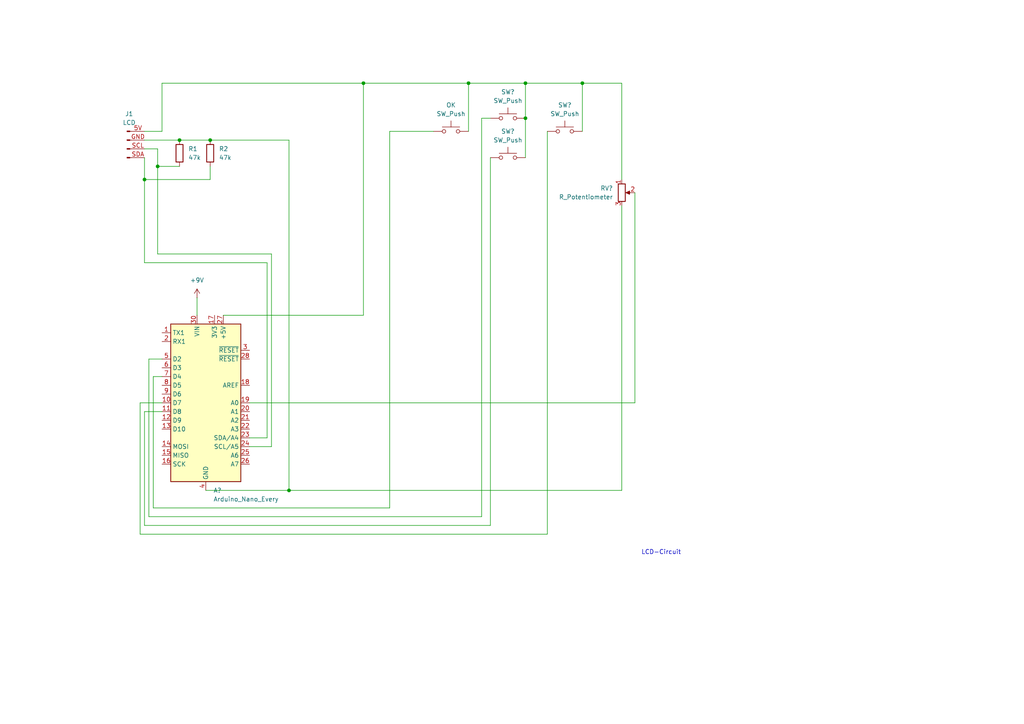
<source format=kicad_sch>
(kicad_sch (version 20231120) (generator "eeschema") (generator_version "8.0")
  (paper "A4")
  (lib_symbols
    (symbol "Connector:Conn_01x04_Pin" (pin_names (offset 1.016) hide)
      (property "Reference" "J1" (at 0.635 7.62 0))
      (property "Value" "LCD" (at 0.635 5.08 0))
      (symbol "Conn_01x04_Pin_1_1"
        (polyline (pts (xy 1.27 -5.08) (xy 0.8636 -5.08)) (stroke (width 0.1524)))
        (polyline (pts (xy 1.27 -2.54) (xy 0.8636 -2.54)) (stroke (width 0.1524)))
        (polyline (pts (xy 1.27 0) (xy 0.8636 0)) (stroke (width 0.1524)))
        (polyline (pts (xy 1.27 2.54) (xy 0.8636 2.54)) (stroke (width 0.1524)))
        (rectangle (start 0.8636 -4.953) (end 0 -5.207) (stroke (width 0.1524)) (fill (type outline)))
        (rectangle (start 0.8636 -2.413) (end 0 -2.667) (stroke (width 0.1524)) (fill (type outline)))
        (rectangle (start 0.8636 0.127) (end 0 -0.127) (stroke (width 0.1524)) (fill (type outline)))
        (rectangle (start 0.8636 2.667) (end 0 2.413) (stroke (width 0.1524)) (fill (type outline)))
        (pin passive line (at 5.08 2.54 180) (length 3.81) (name "Pin_1") (number "5V"))
        (pin passive line (at 5.08 0 180) (length 3.81) (name "Pin_2") (number "GND"))
        (pin passive line (at 5.08 -2.54 180) (length 3.81) (name "Pin_3") (number "SCL"))
        (pin passive line (at 5.08 -5.08 180) (length 3.81) (name "Pin_4") (number "SDA"))
      )
    )
    (symbol "Device:R" (pin_numbers hide) (pin_names (offset 0))
      (property "Reference" "R" (at 2.032 0 90))
      (property "Value" "R" (at 0 0 90))
      (symbol "R_0_1"
        (rectangle (start -1.016 -2.54) (end 1.016 2.54) (stroke (width 0.254)))
      )
      (symbol "R_1_1"
        (pin passive line (at 0 3.81 270) (length 1.27) (name "~") (number "1"))
        (pin passive line (at 0 -3.81 90) (length 1.27) (name "~") (number "2"))
      )
    )
    (symbol "Device:R_Potentiometer" (pin_names (offset 1.016) hide)
      (property "Reference" "RV" (at -4.445 0 90))
      (property "Value" "R_Potentiometer" (at -2.54 0 90))
      (symbol "R_Potentiometer_0_1"
        (polyline (pts (xy 2.54 0) (xy 1.524 0)))
        (polyline (pts (xy 1.143 0) (xy 2.286 0.508) (xy 2.286 -0.508) (xy 1.143 0)) (fill (type outline)))
        (rectangle (start 1.016 2.54) (end -1.016 -2.54) (stroke (width 0.254)))
      )
      (symbol "R_Potentiometer_1_1"
        (pin passive line (at 0 3.81 270) (length 1.27) (name "1") (number "1"))
        (pin passive line (at 3.81 0 180) (length 1.27) (name "2") (number "2"))
        (pin passive line (at 0 -3.81 90) (length 1.27) (name "3") (number "3"))
      )
    )
    (symbol "MCU_Module:Arduino_Nano_Every"
      (property "Reference" "A" (at -10.16 23.495 0))
      (property "Value" "Arduino_Nano_Every" (at 5.08 -24.13 0))
      (symbol "Arduino_Nano_Every_0_1"
        (rectangle (start -10.16 22.86) (end 10.16 -22.86) (stroke (width 0.254)) (fill (type background)))
      )
      (symbol "Arduino_Nano_Every_1_1"
        (pin bidirectional line (at -12.7 20.32 0) (length 2.54) (name "TX1") (number "1"))
        (pin bidirectional line (at -12.7 0 0) (length 2.54) (name "D7") (number "10"))
        (pin bidirectional line (at -12.7 -2.54 0) (length 2.54) (name "D8") (number "11"))
        (pin bidirectional line (at -12.7 -5.08 0) (length 2.54) (name "D9") (number "12"))
        (pin bidirectional line (at -12.7 -7.62 0) (length 2.54) (name "D10") (number "13"))
        (pin bidirectional line (at -12.7 -12.7 0) (length 2.54) (name "MOSI") (number "14"))
        (pin bidirectional line (at -12.7 -15.24 0) (length 2.54) (name "MISO") (number "15"))
        (pin bidirectional line (at -12.7 -17.78 0) (length 2.54) (name "SCK") (number "16"))
        (pin power_out line (at 2.54 25.4 270) (length 2.54) (name "3V3") (number "17"))
        (pin input line (at 12.7 5.08 180) (length 2.54) (name "AREF") (number "18"))
        (pin bidirectional line (at 12.7 0 180) (length 2.54) (name "A0") (number "19"))
        (pin bidirectional line (at -12.7 17.78 0) (length 2.54) (name "RX1") (number "2"))
        (pin bidirectional line (at 12.7 -2.54 180) (length 2.54) (name "A1") (number "20"))
        (pin bidirectional line (at 12.7 -5.08 180) (length 2.54) (name "A2") (number "21"))
        (pin bidirectional line (at 12.7 -7.62 180) (length 2.54) (name "A3") (number "22"))
        (pin bidirectional line (at 12.7 -10.16 180) (length 2.54) (name "SDA/A4") (number "23"))
        (pin bidirectional line (at 12.7 -12.7 180) (length 2.54) (name "SCL/A5") (number "24"))
        (pin bidirectional line (at 12.7 -15.24 180) (length 2.54) (name "A6") (number "25"))
        (pin bidirectional line (at 12.7 -17.78 180) (length 2.54) (name "A7") (number "26"))
        (pin power_out line (at 5.08 25.4 270) (length 2.54) (name "+5V") (number "27"))
        (pin input line (at 12.7 12.7 180) (length 2.54) (name "~{RESET}") (number "28"))
        (pin passive line (at 0 -25.4 90) (length 2.54) hide (name "GND") (number "29"))
        (pin input line (at 12.7 15.24 180) (length 2.54) (name "~{RESET}") (number "3"))
        (pin power_in line (at -2.54 25.4 270) (length 2.54) (name "VIN") (number "30"))
        (pin power_in line (at 0 -25.4 90) (length 2.54) (name "GND") (number "4"))
        (pin bidirectional line (at -12.7 12.7 0) (length 2.54) (name "D2") (number "5"))
        (pin bidirectional line (at -12.7 10.16 0) (length 2.54) (name "D3") (number "6"))
        (pin bidirectional line (at -12.7 7.62 0) (length 2.54) (name "D4") (number "7"))
        (pin bidirectional line (at -12.7 5.08 0) (length 2.54) (name "D5") (number "8"))
        (pin bidirectional line (at -12.7 2.54 0) (length 2.54) (name "D6") (number "9"))
      )
    )
    (symbol "SW_Push_1" (pin_numbers hide) (pin_names (offset 1.016) hide)
      (property "Reference" "OK" (at 0 7.62 0))
      (property "Value" "SW_Push" (at 0 5.08 0))
      (symbol "SW_Push_1_0_1"
        (circle (center -2.032 0) (radius 0.508))
        (polyline (pts (xy 0 1.27) (xy 0 3.048)))
        (polyline (pts (xy 2.54 1.27) (xy -2.54 1.27)))
        (circle (center 2.032 0) (radius 0.508))
        (pin passive line (at -5.08 0 0) (length 2.54) (name "1") (number "1"))
        (pin passive line (at 5.08 0 180) (length 2.54) (name "2") (number "2"))
      )
    )
    (symbol "SW_Push_2" (pin_numbers hide) (pin_names (offset 1.016) hide)
      (property "Reference" "SW?" (at 0 7.62 0))
      (property "Value" "SW_Push" (at 0 5.08 0))
      (symbol "SW_Push_2_0_1"
        (circle (center -2.032 0) (radius 0.508))
        (polyline (pts (xy 0 1.27) (xy 0 3.048)))
        (polyline (pts (xy 2.54 1.27) (xy -2.54 1.27)))
        (circle (center 2.032 0) (radius 0.508))
        (pin passive line (at -5.08 0 0) (length 2.54) (name "1") (number "1"))
        (pin passive line (at 5.08 0 180) (length 2.54) (name "2") (number "2"))
      )
    )
    (symbol "Switch:SW_Push" (pin_numbers hide) (pin_names (offset 1.016) hide)
      (property "Reference" "SW" (at 1.27 2.54 0))
      (property "Value" "SW_Push" (at 0 -1.524 0))
      (symbol "SW_Push_0_1"
        (circle (center -2.032 0) (radius 0.508))
        (polyline (pts (xy 0 1.27) (xy 0 3.048)))
        (polyline (pts (xy 2.54 1.27) (xy -2.54 1.27)))
        (circle (center 2.032 0) (radius 0.508))
        (pin passive line (at -5.08 0 0) (length 2.54) (name "1") (number "1"))
        (pin passive line (at 5.08 0 180) (length 2.54) (name "2") (number "2"))
      )
    )
    (symbol "power:+9V" (power) (pin_numbers hide) (pin_names (offset 0) hide)
      (property "Value" "+9V" (at 0 3.556 0))
      (symbol "+9V_0_1"
        (polyline (pts (xy -0.762 1.27) (xy 0 2.54)))
        (polyline (pts (xy 0 0) (xy 0 2.54)))
        (polyline (pts (xy 0 2.54) (xy 0.762 1.27)))
      )
      (symbol "+9V_1_1"
        (pin power_in line (at 0 0 90) (length 0) (name "~") (number "1"))
      )
    )
  )
  (junction (at 152.4 24.13))
  (junction (at 41.91 52.07))
  (junction (at 152.4 34.29))
  (junction (at 168.91 24.13))
  (junction (at 45.72 48.26))
  (junction (at 52.07 40.64))
  (junction (at 105.41 24.13))
  (junction (at 83.82 142.24))
  (junction (at 60.96 40.64))
  (junction (at 135.89 24.13))
  (wire (pts (xy 184.15 55.88) (xy 184.15 116.84)))
  (wire (pts (xy 139.7 34.29) (xy 139.7 149.86)))
  (wire (pts (xy 180.34 52.07) (xy 180.34 24.13)))
  (wire (pts (xy 43.18 104.14) (xy 43.18 149.86)))
  (wire (pts (xy 135.89 24.13) (xy 135.89 38.1)))
  (wire (pts (xy 60.96 52.07) (xy 41.91 52.07)))
  (wire (pts (xy 44.45 109.22) (xy 46.99 109.22)))
  (wire (pts (xy 46.99 104.14) (xy 43.18 104.14)))
  (wire (pts (xy 180.34 142.24) (xy 83.82 142.24)))
  (wire (pts (xy 77.47 127) (xy 72.39 127)))
  (wire (pts (xy 158.75 154.94) (xy 40.64 154.94)))
  (wire (pts (xy 45.72 43.18) (xy 45.72 48.26)))
  (wire (pts (xy 41.91 43.18) (xy 45.72 43.18)))
  (wire (pts (xy 46.99 38.1) (xy 46.99 24.13)))
  (wire (pts (xy 168.91 24.13) (xy 152.4 24.13)))
  (wire (pts (xy 180.34 24.13) (xy 168.91 24.13)))
  (wire (pts (xy 77.47 76.2) (xy 41.91 76.2)))
  (wire (pts (xy 41.91 40.64) (xy 52.07 40.64)))
  (wire (pts (xy 64.77 91.44) (xy 105.41 91.44)))
  (wire (pts (xy 158.75 38.1) (xy 158.75 154.94)))
  (wire (pts (xy 40.64 154.94) (xy 40.64 116.84)))
  (wire (pts (xy 83.82 40.64) (xy 83.82 142.24)))
  (wire (pts (xy 41.91 119.38) (xy 46.99 119.38)))
  (wire (pts (xy 113.03 38.1) (xy 113.03 147.32)))
  (wire (pts (xy 41.91 52.07) (xy 41.91 45.72)))
  (wire (pts (xy 41.91 38.1) (xy 46.99 38.1)))
  (wire (pts (xy 135.89 24.13) (xy 105.41 24.13)))
  (wire (pts (xy 57.15 86.36) (xy 57.15 91.44)))
  (wire (pts (xy 168.91 38.1) (xy 168.91 24.13)))
  (wire (pts (xy 59.69 142.24) (xy 83.82 142.24)))
  (wire (pts (xy 41.91 152.4) (xy 41.91 119.38)))
  (wire (pts (xy 46.99 24.13) (xy 105.41 24.13)))
  (wire (pts (xy 152.4 34.29) (xy 152.4 24.13)))
  (wire (pts (xy 60.96 40.64) (xy 83.82 40.64)))
  (wire (pts (xy 60.96 48.26) (xy 60.96 52.07)))
  (wire (pts (xy 44.45 109.22) (xy 44.45 147.32)))
  (wire (pts (xy 152.4 24.13) (xy 135.89 24.13)))
  (wire (pts (xy 52.07 40.64) (xy 60.96 40.64)))
  (wire (pts (xy 142.24 45.72) (xy 142.24 152.4)))
  (wire (pts (xy 113.03 147.32) (xy 44.45 147.32)))
  (wire (pts (xy 105.41 24.13) (xy 105.41 91.44)))
  (wire (pts (xy 78.74 73.66) (xy 78.74 129.54)))
  (wire (pts (xy 45.72 73.66) (xy 78.74 73.66)))
  (wire (pts (xy 78.74 129.54) (xy 72.39 129.54)))
  (wire (pts (xy 41.91 76.2) (xy 41.91 52.07)))
  (wire (pts (xy 142.24 152.4) (xy 41.91 152.4)))
  (wire (pts (xy 40.64 116.84) (xy 46.99 116.84)))
  (wire (pts (xy 184.15 116.84) (xy 72.39 116.84)))
  (wire (pts (xy 45.72 48.26) (xy 45.72 73.66)))
  (wire (pts (xy 152.4 34.29) (xy 152.4 45.72)))
  (wire (pts (xy 142.24 34.29) (xy 139.7 34.29)))
  (wire (pts (xy 139.7 149.86) (xy 43.18 149.86)))
  (wire (pts (xy 125.73 38.1) (xy 113.03 38.1)))
  (wire (pts (xy 77.47 76.2) (xy 77.47 127)))
  (wire (pts (xy 45.72 48.26) (xy 52.07 48.26)))
  (wire (pts (xy 180.34 59.69) (xy 180.34 142.24)))
  (text "LCD-Circuit" (at 191.77 160.274 0) (effects (font (size 1.27 1.27))))
  (symbol (lib_name "SW_Push_2") (lib_id "Switch:SW_Push") (at 147.32 34.29 0) (unit 1)
    (property "Reference" "SW?" (at 147.32 26.67 0))
    (property "Value" "SW_Push" (at 147.32 29.21 0))
    (property "Footprint" "LED_SMD:LED_0201_0603Metric" (effects (hide yes)))
    (property "Description" "Push button switch, generic, two pins" (effects (hide yes)))
  )
  (symbol (lib_name "SW_Push_1") (lib_id "Switch:SW_Push") (at 130.81 38.1 0) (unit 1)
    (property "Reference" "OK" (at 130.81 30.48 0))
    (property "Value" "SW_Push" (at 130.81 33.02 0))
    (property "Footprint" "LED_SMD:LED_0201_0603Metric" (effects (hide yes)))
    (property "Description" "Push button switch, generic, two pins" (effects (hide yes)))
  )
  (symbol (lib_id "Device:R") (at 52.07 44.45 0) (unit 1)
    (property "Reference" "R1" (at 54.61 43.1799 0) (effects (justify left)))
    (property "Value" "47k" (at 54.61 45.7199 0) (effects (justify left)))
    (property "Description" "Resistor" (effects (hide yes)))
  )
  (symbol (lib_id "MCU_Module:Arduino_Nano_Every") (at 59.69 116.84 0) (unit 1)
    (property "Reference" "A?" (at 61.8841 142.24 0) (effects (justify left)))
    (property "Value" "Arduino_Nano_Every" (at 61.8841 144.78 0) (effects (justify left)))
    (property "Footprint" "Module:Arduino_Nano" (effects (hide yes)))
    (property "Datasheet" "https://content.arduino.cc/assets/NANOEveryV3.0_sch.pdf" (effects (hide yes)))
    (property "Description" "Arduino Nano Every" (effects (hide yes)))
  )
  (symbol (lib_id "Device:R_Potentiometer") (at 180.34 55.88 0) (unit 1)
    (property "Reference" "RV?" (at 177.8 54.6099 0) (effects (justify right)))
    (property "Value" "R_Potentiometer" (at 177.8 57.1499 0) (effects (justify right)))
    (property "Footprint" "Battery:BatteryHolder_Keystone_1058_1x2032" (effects (hide yes)))
    (property "Description" "Potentiometer" (effects (hide yes)))
  )
  (symbol (lib_id "Connector:Conn_01x04_Pin") (at 36.83 40.64 0) (unit 1)
    (property "Reference" "J1" (at 37.465 33.02 0))
    (property "Value" "LCD" (at 37.465 35.56 0))
    (property "Description" "Generic connector, single row, 01x04, script generated" (effects (hide yes)))
  )
  (symbol (lib_id "Switch:SW_Push") (at 163.83 38.1 0) (unit 1)
    (property "Reference" "SW?" (at 163.83 30.48 0))
    (property "Value" "SW_Push" (at 163.83 33.02 0))
    (property "Footprint" "LED_SMD:LED_0201_0603Metric" (effects (hide yes)))
    (property "Description" "Push button switch, generic, two pins" (effects (hide yes)))
  )
  (symbol (lib_id "Switch:SW_Push") (at 147.32 45.72 0) (unit 1)
    (property "Reference" "SW?" (at 147.32 38.1 0))
    (property "Value" "SW_Push" (at 147.32 40.64 0))
    (property "Footprint" "LED_SMD:LED_0201_0603Metric" (effects (hide yes)))
    (property "Description" "Push button switch, generic, two pins" (effects (hide yes)))
  )
  (symbol (lib_id "Device:R") (at 60.96 44.45 0) (unit 1)
    (property "Reference" "R2" (at 63.5 43.1799 0) (effects (justify left)))
    (property "Value" "47k" (at 63.5 45.7199 0) (effects (justify left)))
    (property "Description" "Resistor" (effects (hide yes)))
  )
  (symbol (lib_id "power:+9V") (at 57.15 86.36 0) (unit 1)
    (property "Reference" "#PWR01" (effects (hide yes)))
    (property "Value" "+9V" (at 57.15 81.28 0))
    (property "Description" "Power symbol creates a global label with name \"+9V\"" (effects (hide yes)))
  )
)
</source>
